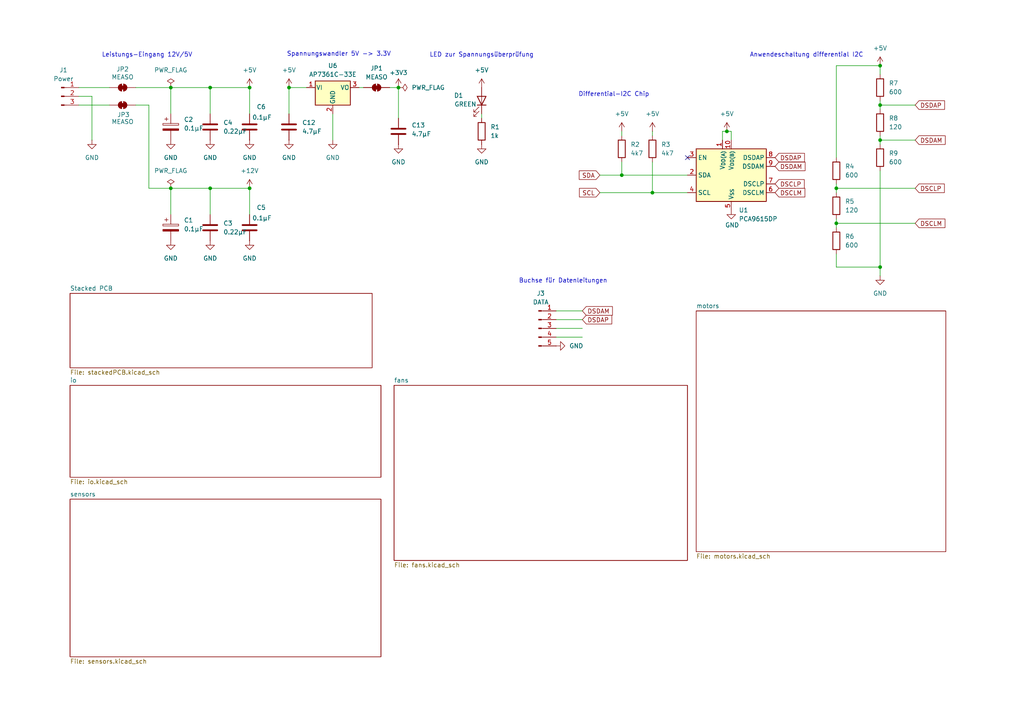
<source format=kicad_sch>
(kicad_sch (version 20231120) (generator "eeschema") (generator_version "8.0")
  (paper "A4")
  (title_block (title "Printhead PCB"))
  (lib_symbols
    (symbol "Connector:Conn_01x03_Pin" (pin_names (offset 1.016) hide)
      (property "Reference" "J" (at 0 5.08 0))
      (property "Value" "Conn_01x03_Pin" (at 0 -5.08 0))
      (symbol "Conn_01x03_Pin_1_1"
        (polyline (pts (xy 1.27 -2.54) (xy 0.8636 -2.54)) (stroke (width 0.1524)))
        (polyline (pts (xy 1.27 0) (xy 0.8636 0)) (stroke (width 0.1524)))
        (polyline (pts (xy 1.27 2.54) (xy 0.8636 2.54)) (stroke (width 0.1524)))
        (rectangle (start 0.8636 -2.413) (end 0 -2.667) (stroke (width 0.1524)) (fill (type outline)))
        (rectangle (start 0.8636 0.127) (end 0 -0.127) (stroke (width 0.1524)) (fill (type outline)))
        (rectangle (start 0.8636 2.667) (end 0 2.413) (stroke (width 0.1524)) (fill (type outline)))
        (pin passive line (at 5.08 2.54 180) (length 3.81) (name "Pin_1") (number "1"))
        (pin passive line (at 5.08 0 180) (length 3.81) (name "Pin_2") (number "2"))
        (pin passive line (at 5.08 -2.54 180) (length 3.81) (name "Pin_3") (number "3"))
      )
    )
    (symbol "Connector:Conn_01x05_Pin" (pin_names (offset 1.016) hide)
      (property "Reference" "J" (at 0 7.62 0))
      (property "Value" "Conn_01x05_Pin" (at 0 -7.62 0))
      (symbol "Conn_01x05_Pin_1_1"
        (polyline (pts (xy 1.27 -5.08) (xy 0.8636 -5.08)) (stroke (width 0.1524)))
        (polyline (pts (xy 1.27 -2.54) (xy 0.8636 -2.54)) (stroke (width 0.1524)))
        (polyline (pts (xy 1.27 0) (xy 0.8636 0)) (stroke (width 0.1524)))
        (polyline (pts (xy 1.27 2.54) (xy 0.8636 2.54)) (stroke (width 0.1524)))
        (polyline (pts (xy 1.27 5.08) (xy 0.8636 5.08)) (stroke (width 0.1524)))
        (rectangle (start 0.8636 -4.953) (end 0 -5.207) (stroke (width 0.1524)) (fill (type outline)))
        (rectangle (start 0.8636 -2.413) (end 0 -2.667) (stroke (width 0.1524)) (fill (type outline)))
        (rectangle (start 0.8636 0.127) (end 0 -0.127) (stroke (width 0.1524)) (fill (type outline)))
        (rectangle (start 0.8636 2.667) (end 0 2.413) (stroke (width 0.1524)) (fill (type outline)))
        (rectangle (start 0.8636 5.207) (end 0 4.953) (stroke (width 0.1524)) (fill (type outline)))
        (pin passive line (at 5.08 5.08 180) (length 3.81) (name "Pin_1") (number "1"))
        (pin passive line (at 5.08 2.54 180) (length 3.81) (name "Pin_2") (number "2"))
        (pin passive line (at 5.08 0 180) (length 3.81) (name "Pin_3") (number "3"))
        (pin passive line (at 5.08 -2.54 180) (length 3.81) (name "Pin_4") (number "4"))
        (pin passive line (at 5.08 -5.08 180) (length 3.81) (name "Pin_5") (number "5"))
      )
    )
    (symbol "Device:C" (pin_numbers hide) (pin_names (offset 0.254))
      (property "Reference" "C" (at 0.635 2.54 0))
      (property "Value" "C" (at 0.635 -2.54 0))
      (symbol "C_0_1"
        (polyline (pts (xy -2.032 -0.762) (xy 2.032 -0.762)) (stroke (width 0.508)))
        (polyline (pts (xy -2.032 0.762) (xy 2.032 0.762)) (stroke (width 0.508)))
      )
      (symbol "C_1_1"
        (pin passive line (at 0 3.81 270) (length 2.794) (name "~") (number "1"))
        (pin passive line (at 0 -3.81 90) (length 2.794) (name "~") (number "2"))
      )
    )
    (symbol "Device:C_Polarized" (pin_numbers hide) (pin_names (offset 0.254))
      (property "Reference" "C" (at 0.635 2.54 0))
      (property "Value" "C_Polarized" (at 0.635 -2.54 0))
      (symbol "C_Polarized_0_1"
        (rectangle (start -2.286 0.508) (end 2.286 1.016))
        (polyline (pts (xy -1.778 2.286) (xy -0.762 2.286)))
        (polyline (pts (xy -1.27 2.794) (xy -1.27 1.778)))
        (rectangle (start 2.286 -0.508) (end -2.286 -1.016) (fill (type outline)))
      )
      (symbol "C_Polarized_1_1"
        (pin passive line (at 0 3.81 270) (length 2.794) (name "~") (number "1"))
        (pin passive line (at 0 -3.81 90) (length 2.794) (name "~") (number "2"))
      )
    )
    (symbol "Device:LED" (pin_numbers hide) (pin_names (offset 1.016) hide)
      (property "Reference" "D" (at 0 2.54 0))
      (property "Value" "LED" (at 0 -2.54 0))
      (symbol "LED_0_1"
        (polyline (pts (xy -1.27 -1.27) (xy -1.27 1.27)) (stroke (width 0.254)))
        (polyline (pts (xy -1.27 0) (xy 1.27 0)))
        (polyline (pts (xy 1.27 -1.27) (xy 1.27 1.27) (xy -1.27 0) (xy 1.27 -1.27)) (stroke (width 0.254)))
        (polyline (pts (xy -3.048 -0.762) (xy -4.572 -2.286) (xy -3.81 -2.286) (xy -4.572 -2.286) (xy -4.572 -1.524)))
        (polyline (pts (xy -1.778 -0.762) (xy -3.302 -2.286) (xy -2.54 -2.286) (xy -3.302 -2.286) (xy -3.302 -1.524)))
      )
      (symbol "LED_1_1"
        (pin passive line (at -3.81 0 0) (length 2.54) (name "K") (number "1"))
        (pin passive line (at 3.81 0 180) (length 2.54) (name "A") (number "2"))
      )
    )
    (symbol "Device:R" (pin_numbers hide) (pin_names (offset 0))
      (property "Reference" "R" (at 2.032 0 90))
      (property "Value" "R" (at 0 0 90))
      (symbol "R_0_1"
        (rectangle (start -1.016 -2.54) (end 1.016 2.54) (stroke (width 0.254)))
      )
      (symbol "R_1_1"
        (pin passive line (at 0 3.81 270) (length 1.27) (name "~") (number "1"))
        (pin passive line (at 0 -3.81 90) (length 1.27) (name "~") (number "2"))
      )
    )
    (symbol "Interface:PCA9615DP"
      (property "Reference" "U" (at -10.16 8.89 0))
      (property "Value" "PCA9615DP" (at 1.27 8.89 0))
      (symbol "PCA9615DP_0_1"
        (rectangle (start -10.16 7.62) (end 10.16 -7.62) (stroke (width 0.254)) (fill (type background)))
      )
      (symbol "PCA9615DP_1_1"
        (pin power_in line (at -2.54 10.16 270) (length 2.54) (name "V_{DD(A)}") (number "1"))
        (pin power_in line (at 0 10.16 270) (length 2.54) (name "V_{DD(B)}") (number "10"))
        (pin bidirectional line (at -12.7 0 0) (length 2.54) (name "SDA") (number "2"))
        (pin input line (at -12.7 5.08 0) (length 2.54) (name "EN") (number "3"))
        (pin bidirectional line (at -12.7 -5.08 0) (length 2.54) (name "SCL") (number "4"))
        (pin power_in line (at 0 -10.16 90) (length 2.54) (name "V_{SS}") (number "5"))
        (pin bidirectional line (at 12.7 -5.08 180) (length 2.54) (name "DSCLM") (number "6"))
        (pin bidirectional line (at 12.7 -2.54 180) (length 2.54) (name "DSCLP") (number "7"))
        (pin bidirectional line (at 12.7 5.08 180) (length 2.54) (name "DSDAP") (number "8"))
        (pin bidirectional line (at 12.7 2.54 180) (length 2.54) (name "DSDAM") (number "9"))
      )
    )
    (symbol "Jumper:SolderJumper_2_Bridged" (pin_numbers hide) (pin_names (offset 0) hide) (exclude_from_sim yes) (in_bom no)
      (property "Reference" "JP" (at 0 2.032 0))
      (property "Value" "SolderJumper_2_Bridged" (at 0 -2.54 0))
      (symbol "SolderJumper_2_Bridged_0_1"
        (rectangle (start -0.508 0.508) (end 0.508 -0.508) (fill (type outline)))
        (arc (start -0.254 1.016) (mid -1.2656 0) (end -0.254 -1.016))
        (arc (start -0.254 1.016) (mid -1.2656 0) (end -0.254 -1.016) (fill (type outline)))
        (polyline (pts (xy -0.254 1.016) (xy -0.254 -1.016)))
        (polyline (pts (xy 0.254 1.016) (xy 0.254 -1.016)))
        (arc (start 0.254 -1.016) (mid 1.2656 0) (end 0.254 1.016))
        (arc (start 0.254 -1.016) (mid 1.2656 0) (end 0.254 1.016) (fill (type outline)))
      )
      (symbol "SolderJumper_2_Bridged_1_1"
        (pin passive line (at -3.81 0 0) (length 2.54) (name "A") (number "1"))
        (pin passive line (at 3.81 0 180) (length 2.54) (name "B") (number "2"))
      )
    )
    (symbol "Regulator_Linear:AP7361C-33E" (pin_names (offset 0.254))
      (property "Reference" "U" (at -3.81 3.175 0))
      (property "Value" "AP7361C-33E" (at 0 3.175 0))
      (symbol "AP7361C-33E_0_1"
        (rectangle (start -5.08 -5.08) (end 5.08 1.905) (stroke (width 0.254)) (fill (type background)))
      )
      (symbol "AP7361C-33E_1_1"
        (pin power_in line (at -7.62 0 0) (length 2.54) (name "VI") (number "1"))
        (pin power_in line (at 0 -7.62 90) (length 2.54) (name "GND") (number "2"))
        (pin power_out line (at 7.62 0 180) (length 2.54) (name "VO") (number "3"))
      )
    )
    (symbol "power:+12V" (power) (pin_numbers hide) (pin_names (offset 0) hide)
      (property "Value" "+12V" (at 0 3.556 0))
      (symbol "+12V_0_1"
        (polyline (pts (xy -0.762 1.27) (xy 0 2.54)))
        (polyline (pts (xy 0 0) (xy 0 2.54)))
        (polyline (pts (xy 0 2.54) (xy 0.762 1.27)))
      )
      (symbol "+12V_1_1"
        (pin power_in line (at 0 0 90) (length 0) (name "~") (number "1"))
      )
    )
    (symbol "power:+3V3" (power) (pin_numbers hide) (pin_names (offset 0) hide)
      (property "Value" "+3V3" (at 0 3.556 0))
      (symbol "+3V3_0_1"
        (polyline (pts (xy -0.762 1.27) (xy 0 2.54)))
        (polyline (pts (xy 0 0) (xy 0 2.54)))
        (polyline (pts (xy 0 2.54) (xy 0.762 1.27)))
      )
      (symbol "+3V3_1_1"
        (pin power_in line (at 0 0 90) (length 0) (name "~") (number "1"))
      )
    )
    (symbol "power:+5V" (power) (pin_numbers hide) (pin_names (offset 0) hide)
      (property "Value" "+5V" (at 0 3.556 0))
      (symbol "+5V_0_1"
        (polyline (pts (xy -0.762 1.27) (xy 0 2.54)))
        (polyline (pts (xy 0 0) (xy 0 2.54)))
        (polyline (pts (xy 0 2.54) (xy 0.762 1.27)))
      )
      (symbol "+5V_1_1"
        (pin power_in line (at 0 0 90) (length 0) (name "~") (number "1"))
      )
    )
    (symbol "power:GND" (power) (pin_numbers hide) (pin_names (offset 0) hide)
      (property "Value" "GND" (at 0 -3.81 0))
      (symbol "GND_0_1"
        (polyline (pts (xy 0 0) (xy 0 -1.27) (xy 1.27 -1.27) (xy 0 -2.54) (xy -1.27 -1.27) (xy 0 -1.27)))
      )
      (symbol "GND_1_1"
        (pin power_in line (at 0 0 270) (length 0) (name "~") (number "1"))
      )
    )
    (symbol "power:PWR_FLAG" (power) (pin_numbers hide) (pin_names (offset 0) hide)
      (property "Value" "PWR_FLAG" (at 0 3.81 0))
      (symbol "PWR_FLAG_0_0"
        (pin power_out line (at 0 0 90) (length 0) (name "~") (number "1"))
      )
      (symbol "PWR_FLAG_0_1"
        (polyline (pts (xy 0 0) (xy 0 1.27) (xy -1.016 1.905) (xy 0 2.54) (xy 1.016 1.905) (xy 0 1.27)))
      )
    )
  )
  (junction (at 255.27 30.48))
  (junction (at 60.96 25.4))
  (junction (at 115.57 25.4))
  (junction (at 49.53 54.61))
  (junction (at 72.39 54.61))
  (junction (at 72.39 25.4))
  (junction (at 255.27 40.64))
  (junction (at 180.34 50.8))
  (junction (at 242.57 54.61))
  (junction (at 255.27 19.05))
  (junction (at 255.27 77.47))
  (junction (at 189.23 55.88))
  (junction (at 210.82 38.1))
  (junction (at 83.82 25.4))
  (junction (at 49.53 25.4))
  (junction (at 60.96 54.61))
  (junction (at 242.57 64.77))
  (no_connect (at 199.39 45.72))
  (wire (pts (xy 242.57 53.34) (xy 242.57 54.61)))
  (wire (pts (xy 189.23 46.99) (xy 189.23 55.88)))
  (wire (pts (xy 72.39 33.02) (xy 72.39 25.4)))
  (wire (pts (xy 210.82 38.1) (xy 212.09 38.1)))
  (wire (pts (xy 242.57 54.61) (xy 242.57 55.88)))
  (wire (pts (xy 60.96 25.4) (xy 72.39 25.4)))
  (wire (pts (xy 242.57 64.77) (xy 265.43 64.77)))
  (wire (pts (xy 22.86 25.4) (xy 31.75 25.4)))
  (wire (pts (xy 189.23 39.37) (xy 189.23 38.1)))
  (wire (pts (xy 255.27 80.01) (xy 255.27 77.47)))
  (wire (pts (xy 242.57 64.77) (xy 242.57 66.04)))
  (wire (pts (xy 39.37 30.48) (xy 43.18 30.48)))
  (wire (pts (xy 49.53 62.23) (xy 49.53 54.61)))
  (wire (pts (xy 88.9 25.4) (xy 83.82 25.4)))
  (wire (pts (xy 242.57 19.05) (xy 255.27 19.05)))
  (wire (pts (xy 242.57 73.66) (xy 242.57 77.47)))
  (wire (pts (xy 26.67 27.94) (xy 26.67 40.64)))
  (wire (pts (xy 49.53 33.02) (xy 49.53 25.4)))
  (wire (pts (xy 255.27 19.05) (xy 255.27 21.59)))
  (wire (pts (xy 242.57 54.61) (xy 265.43 54.61)))
  (wire (pts (xy 39.37 25.4) (xy 49.53 25.4)))
  (wire (pts (xy 255.27 30.48) (xy 265.43 30.48)))
  (wire (pts (xy 242.57 63.5) (xy 242.57 64.77)))
  (wire (pts (xy 180.34 38.1) (xy 180.34 39.37)))
  (wire (pts (xy 168.91 92.71) (xy 161.29 92.71)))
  (wire (pts (xy 168.91 95.25) (xy 161.29 95.25)))
  (wire (pts (xy 72.39 62.23) (xy 72.39 54.61)))
  (wire (pts (xy 49.53 25.4) (xy 60.96 25.4)))
  (wire (pts (xy 255.27 40.64) (xy 255.27 41.91)))
  (wire (pts (xy 255.27 29.21) (xy 255.27 30.48)))
  (wire (pts (xy 139.7 33.02) (xy 139.7 34.29)))
  (wire (pts (xy 209.55 38.1) (xy 210.82 38.1)))
  (wire (pts (xy 255.27 49.53) (xy 255.27 77.47)))
  (wire (pts (xy 180.34 46.99) (xy 180.34 50.8)))
  (wire (pts (xy 113.03 25.4) (xy 115.57 25.4)))
  (wire (pts (xy 242.57 45.72) (xy 242.57 19.05)))
  (wire (pts (xy 255.27 39.37) (xy 255.27 40.64)))
  (wire (pts (xy 22.86 27.94) (xy 26.67 27.94)))
  (wire (pts (xy 22.86 30.48) (xy 31.75 30.48)))
  (wire (pts (xy 43.18 30.48) (xy 43.18 54.61)))
  (wire (pts (xy 43.18 54.61) (xy 49.53 54.61)))
  (wire (pts (xy 255.27 40.64) (xy 265.43 40.64)))
  (wire (pts (xy 255.27 77.47) (xy 242.57 77.47)))
  (wire (pts (xy 180.34 50.8) (xy 199.39 50.8)))
  (wire (pts (xy 60.96 62.23) (xy 60.96 54.61)))
  (wire (pts (xy 173.99 50.8) (xy 180.34 50.8)))
  (wire (pts (xy 173.99 55.88) (xy 189.23 55.88)))
  (wire (pts (xy 115.57 25.4) (xy 115.57 34.29)))
  (wire (pts (xy 189.23 55.88) (xy 199.39 55.88)))
  (wire (pts (xy 255.27 30.48) (xy 255.27 31.75)))
  (wire (pts (xy 49.53 54.61) (xy 60.96 54.61)))
  (wire (pts (xy 168.91 90.17) (xy 161.29 90.17)))
  (wire (pts (xy 168.91 97.79) (xy 161.29 97.79)))
  (wire (pts (xy 60.96 33.02) (xy 60.96 25.4)))
  (wire (pts (xy 83.82 25.4) (xy 83.82 33.02)))
  (wire (pts (xy 96.52 33.02) (xy 96.52 40.64)))
  (wire (pts (xy 104.14 25.4) (xy 105.41 25.4)))
  (wire (pts (xy 209.55 38.1) (xy 209.55 40.64)))
  (wire (pts (xy 60.96 54.61) (xy 72.39 54.61)))
  (wire (pts (xy 212.09 40.64) (xy 212.09 38.1)))
  (text "Anwendeschaltung differential I2C" (at 233.934 16.002 0) (effects (font (size 1.27 1.27))))
  (text "Differential-I2C Chip" (at 178.054 27.432 0) (effects (font (size 1.27 1.27))))
  (text "Leistungs-Eingang 12V/5V\n" (at 42.672 16.002 0) (effects (font (size 1.27 1.27))))
  (text "Buchse für Datenleitungen\n" (at 163.322 81.534 0) (effects (font (size 1.27 1.27))))
  (text "Spannungswandler 5V -> 3.3V\n" (at 98.298 15.748 0) (effects (font (size 1.27 1.27))))
  (text "LED zur Spannungsüberprüfung" (at 139.7 16.002 0) (effects (font (size 1.27 1.27))))
  (global_label "DSCLP" (shape input) (at 265.43 54.61 0) (property "Intersheetrefs" "${INTERSHEET_REFS}" (effects (hide yes))))
  (global_label "DSDAM" (shape input) (at 168.91 90.17 0) (property "Intersheetrefs" "${INTERSHEET_REFS}" (effects (hide yes))))
  (global_label "DSCLP" (shape input) (at 224.79 53.34 0) (property "Intersheetrefs" "${INTERSHEET_REFS}" (effects (hide yes))))
  (global_label "DSCLM" (shape input) (at 224.79 55.88 0) (property "Intersheetrefs" "${INTERSHEET_REFS}" (effects (hide yes))))
  (global_label "DSDAP" (shape input) (at 265.43 30.48 0) (property "Intersheetrefs" "${INTERSHEET_REFS}" (effects (hide yes))))
  (global_label "DSDAP" (shape input) (at 168.91 92.71 0) (property "Intersheetrefs" "${INTERSHEET_REFS}" (effects (hide yes))))
  (global_label "DSCLM" (shape input) (at 265.43 64.77 0) (property "Intersheetrefs" "${INTERSHEET_REFS}" (effects (hide yes))))
  (global_label "DSDAM" (shape input) (at 265.43 40.64 0) (property "Intersheetrefs" "${INTERSHEET_REFS}" (effects (hide yes))))
  (global_label "SDA" (shape input) (at 173.99 50.8 180) (property "Intersheetrefs" "${INTERSHEET_REFS}" (effects (hide yes))))
  (global_label "DSDAP" (shape input) (at 224.79 45.72 0) (property "Intersheetrefs" "${INTERSHEET_REFS}" (effects (hide yes))))
  (global_label "DSDAM" (shape input) (at 224.79 48.26 0) (property "Intersheetrefs" "${INTERSHEET_REFS}" (effects (hide yes))))
  (global_label "SCL" (shape input) (at 173.99 55.88 180) (property "Intersheetrefs" "${INTERSHEET_REFS}" (effects (hide yes))))
  (symbol (lib_id "power:PWR_FLAG") (at 49.53 25.4 0) (unit 1)
    (property "Reference" "#FLG02" (effects (hide yes)))
    (property "Value" "PWR_FLAG" (at 49.53 20.32 0))
    (property "Description" "Special symbol for telling ERC where power comes from" (effects (hide yes)))
  )
  (symbol (lib_id "Device:R") (at 242.57 59.69 0) (unit 1)
    (property "Reference" "R5" (at 245.11 58.4199 0) (effects (justify left)))
    (property "Value" "120" (at 245.11 60.9599 0) (effects (justify left)))
    (property "Footprint" "Resistor_SMD:R_0402_1005Metric" (effects (hide yes)))
    (property "Description" "Resistor" (effects (hide yes)))
  )
  (symbol (lib_id "Device:R") (at 242.57 69.85 0) (unit 1)
    (property "Reference" "R6" (at 245.11 68.5799 0) (effects (justify left)))
    (property "Value" "600" (at 245.11 71.1199 0) (effects (justify left)))
    (property "Footprint" "Resistor_SMD:R_0402_1005Metric" (effects (hide yes)))
    (property "Description" "Resistor" (effects (hide yes)))
  )
  (symbol (lib_id "power:GND") (at 139.7 41.91 0) (unit 1)
    (property "Reference" "#PWR011" (effects (hide yes)))
    (property "Value" "GND" (at 139.7 46.99 0))
    (property "Description" "Power symbol creates a global label with name \"GND\" , ground" (effects (hide yes)))
  )
  (symbol (lib_id "Jumper:SolderJumper_2_Bridged") (at 35.56 25.4 0) (unit 1) (exclude_from_sim yes) (in_bom no)
    (property "Reference" "JP2" (at 35.56 20.066 0))
    (property "Value" "MEASO" (at 35.56 22.352 0))
    (property "Footprint" "Jumper:SolderJumper-2_P1.3mm_Bridged_Pad1.0x1.5mm" (effects (hide yes)))
    (property "Description" "Solder Jumper, 2-pole, closed/bridged" (effects (hide yes)))
  )
  (symbol (lib_id "Regulator_Linear:AP7361C-33E") (at 96.52 25.4 0) (unit 1)
    (property "Reference" "U6" (at 96.52 19.05 0))
    (property "Value" "AP7361C-33E" (at 96.52 21.59 0))
    (property "Footprint" "Package_TO_SOT_SMD:SOT-223-3_TabPin2" (effects (hide yes)))
    (property "Datasheet" "https://www.diodes.com/assets/Datasheets/AP7361C.pdf" (effects (hide yes)))
    (property "Description" "1A Low Dropout regulator, positive, 3.3V fixed output, SOT-223" (effects (hide yes)))
  )
  (symbol (lib_id "Device:C") (at 72.39 66.04 0) (unit 1)
    (property "Reference" "C5" (at 74.422 60.198 0) (effects (justify left)))
    (property "Value" "0.1µF" (at 73.152 63.246 0) (effects (justify left)))
    (property "Footprint" "Capacitor_SMD:C_0402_1005Metric" (effects (hide yes)))
    (property "Description" "Unpolarized capacitor" (effects (hide yes)))
  )
  (symbol (lib_id "Device:R") (at 189.23 43.18 0) (unit 1)
    (property "Reference" "R3" (at 191.77 41.9099 0) (effects (justify left)))
    (property "Value" "4k7" (at 191.77 44.4499 0) (effects (justify left)))
    (property "Footprint" "Resistor_SMD:R_0402_1005Metric" (effects (hide yes)))
    (property "Description" "Resistor" (effects (hide yes)))
  )
  (symbol (lib_id "power:GND") (at 60.96 69.85 0) (unit 1)
    (property "Reference" "#PWR03" (effects (hide yes)))
    (property "Value" "GND" (at 60.96 74.93 0))
    (property "Description" "Power symbol creates a global label with name \"GND\" , ground" (effects (hide yes)))
  )
  (symbol (lib_id "power:GND") (at 83.82 40.64 0) (unit 1)
    (property "Reference" "#PWR058" (effects (hide yes)))
    (property "Value" "GND" (at 83.82 45.72 0))
    (property "Description" "Power symbol creates a global label with name \"GND\" , ground" (effects (hide yes)))
  )
  (symbol (lib_id "power:GND") (at 72.39 69.85 0) (unit 1)
    (property "Reference" "#PWR06" (effects (hide yes)))
    (property "Value" "GND" (at 72.39 74.93 0))
    (property "Description" "Power symbol creates a global label with name \"GND\" , ground" (effects (hide yes)))
  )
  (symbol (lib_id "power:GND") (at 212.09 60.96 0) (unit 1)
    (property "Reference" "#PWR016" (effects (hide yes)))
    (property "Value" "GND" (at 212.344 65.278 0))
    (property "Description" "Power symbol creates a global label with name \"GND\" , ground" (effects (hide yes)))
  )
  (symbol (lib_id "Device:C_Polarized") (at 49.53 36.83 0) (unit 1)
    (property "Reference" "C2" (at 53.34 34.6709 0) (effects (justify left)))
    (property "Value" "0.1µF" (at 53.34 37.2109 0) (effects (justify left)))
    (property "Footprint" "Capacitor_SMD:CP_Elec_5x3" (effects (hide yes)))
    (property "Description" "Polarized capacitor" (effects (hide yes)))
  )
  (symbol (lib_id "power:GND") (at 49.53 69.85 0) (unit 1)
    (property "Reference" "#PWR01" (effects (hide yes)))
    (property "Value" "GND" (at 49.53 74.93 0))
    (property "Description" "Power symbol creates a global label with name \"GND\" , ground" (effects (hide yes)))
  )
  (symbol (lib_id "Device:C_Polarized") (at 49.53 66.04 0) (unit 1)
    (property "Reference" "C1" (at 53.34 63.8809 0) (effects (justify left)))
    (property "Value" "0.1µF" (at 53.34 66.4209 0) (effects (justify left)))
    (property "Footprint" "Capacitor_SMD:CP_Elec_5x3" (effects (hide yes)))
    (property "Description" "Polarized capacitor" (effects (hide yes)))
  )
  (symbol (lib_id "Device:LED") (at 139.7 29.21 270) (mirror x) (unit 1)
    (property "Reference" "D1" (at 134.366 27.686 90) (effects (justify right)))
    (property "Value" "GREEN" (at 138.176 30.226 90) (effects (justify right)))
    (property "Footprint" "LED_SMD:LED_0805_2012Metric" (effects (hide yes)))
    (property "Description" "Light emitting diode" (effects (hide yes)))
  )
  (symbol (lib_id "power:+5V") (at 72.39 25.4 0) (unit 1)
    (property "Reference" "#PWR010" (effects (hide yes)))
    (property "Value" "+5V" (at 72.39 20.32 0))
    (property "Description" "Power symbol creates a global label with name \"+5V\"" (effects (hide yes)))
  )
  (symbol (lib_id "Connector:Conn_01x05_Pin") (at 156.21 95.25 0) (unit 1)
    (property "Reference" "J3" (at 156.845 85.09 0))
    (property "Value" "DATA" (at 156.845 87.63 0))
    (property "Footprint" "Connector_PinHeader_2.54mm:PinHeader_1x05_P2.54mm_Horizontal" (effects (hide yes)))
    (property "Description" "Generic connector, single row, 01x05, script generated" (effects (hide yes)))
  )
  (symbol (lib_id "power:GND") (at 60.96 40.64 0) (unit 1)
    (property "Reference" "#PWR04" (effects (hide yes)))
    (property "Value" "GND" (at 60.96 45.72 0))
    (property "Description" "Power symbol creates a global label with name \"GND\" , ground" (effects (hide yes)))
  )
  (symbol (lib_id "Device:C") (at 72.39 36.83 0) (unit 1)
    (property "Reference" "C6" (at 74.422 30.988 0) (effects (justify left)))
    (property "Value" "0.1µF" (at 73.152 34.036 0) (effects (justify left)))
    (property "Footprint" "Capacitor_SMD:C_0402_1005Metric" (effects (hide yes)))
    (property "Description" "Unpolarized capacitor" (effects (hide yes)))
  )
  (symbol (lib_id "power:GND") (at 72.39 40.64 0) (unit 1)
    (property "Reference" "#PWR08" (effects (hide yes)))
    (property "Value" "GND" (at 72.39 45.72 0))
    (property "Description" "Power symbol creates a global label with name \"GND\" , ground" (effects (hide yes)))
  )
  (symbol (lib_id "Jumper:SolderJumper_2_Bridged") (at 109.22 25.4 0) (unit 1) (exclude_from_sim yes) (in_bom no)
    (property "Reference" "JP1" (at 109.22 19.812 0))
    (property "Value" "MEASO" (at 109.22 22.352 0))
    (property "Footprint" "Jumper:SolderJumper-2_P1.3mm_Bridged_Pad1.0x1.5mm" (effects (hide yes)))
    (property "Description" "Solder Jumper, 2-pole, closed/bridged" (effects (hide yes)))
  )
  (symbol (lib_id "power:GND") (at 255.27 80.01 0) (unit 1)
    (property "Reference" "#PWR018" (effects (hide yes)))
    (property "Value" "GND" (at 255.27 85.09 0))
    (property "Description" "Power symbol creates a global label with name \"GND\" , ground" (effects (hide yes)))
  )
  (symbol (lib_id "power:+3V3") (at 115.57 25.4 0) (unit 1)
    (property "Reference" "#PWR061" (effects (hide yes)))
    (property "Value" "+3V3" (at 115.57 21.082 0))
    (property "Description" "Power symbol creates a global label with name \"+3V3\"" (effects (hide yes)))
  )
  (symbol (lib_id "Device:C") (at 83.82 36.83 0) (unit 1)
    (property "Reference" "C12" (at 87.63 35.5599 0) (effects (justify left)))
    (property "Value" "4.7µF" (at 87.63 38.0999 0) (effects (justify left)))
    (property "Footprint" "Capacitor_SMD:C_0402_1005Metric" (effects (hide yes)))
    (property "Description" "Unpolarized capacitor" (effects (hide yes)))
  )
  (symbol (lib_id "power:PWR_FLAG") (at 49.53 54.61 0) (unit 1)
    (property "Reference" "#FLG01" (effects (hide yes)))
    (property "Value" "PWR_FLAG" (at 49.53 49.53 0))
    (property "Description" "Special symbol for telling ERC where power comes from" (effects (hide yes)))
  )
  (symbol (lib_id "Device:C") (at 115.57 38.1 0) (unit 1)
    (property "Reference" "C13" (at 119.38 36.322 0) (effects (justify left)))
    (property "Value" "4.7µF" (at 119.38 38.862 0) (effects (justify left)))
    (property "Footprint" "Capacitor_SMD:C_0402_1005Metric" (effects (hide yes)))
    (property "Description" "Unpolarized capacitor" (effects (hide yes)))
  )
  (symbol (lib_id "Device:R") (at 180.34 43.18 0) (unit 1)
    (property "Reference" "R2" (at 182.88 41.9099 0) (effects (justify left)))
    (property "Value" "4k7" (at 182.88 44.4499 0) (effects (justify left)))
    (property "Footprint" "Resistor_SMD:R_0402_1005Metric" (effects (hide yes)))
    (property "Description" "Resistor" (effects (hide yes)))
  )
  (symbol (lib_id "power:GND") (at 49.53 40.64 0) (unit 1)
    (property "Reference" "#PWR02" (effects (hide yes)))
    (property "Value" "GND" (at 49.53 45.72 0))
    (property "Description" "Power symbol creates a global label with name \"GND\" , ground" (effects (hide yes)))
  )
  (symbol (lib_id "power:+12V") (at 72.39 54.61 0) (unit 1)
    (property "Reference" "#PWR05" (effects (hide yes)))
    (property "Value" "+12V" (at 72.39 49.53 0))
    (property "Description" "Power symbol creates a global label with name \"+12V\"" (effects (hide yes)))
  )
  (symbol (lib_id "power:GND") (at 96.52 40.64 0) (unit 1)
    (property "Reference" "#PWR059" (effects (hide yes)))
    (property "Value" "GND" (at 96.52 45.72 0))
    (property "Description" "Power symbol creates a global label with name \"GND\" , ground" (effects (hide yes)))
  )
  (symbol (lib_id "Device:R") (at 255.27 25.4 0) (unit 1)
    (property "Reference" "R7" (at 257.81 24.1299 0) (effects (justify left)))
    (property "Value" "600" (at 257.81 26.6699 0) (effects (justify left)))
    (property "Footprint" "Resistor_SMD:R_0402_1005Metric" (effects (hide yes)))
    (property "Description" "Resistor" (effects (hide yes)))
  )
  (symbol (lib_id "Device:R") (at 242.57 49.53 0) (unit 1)
    (property "Reference" "R4" (at 245.11 48.2599 0) (effects (justify left)))
    (property "Value" "600" (at 245.11 50.7999 0) (effects (justify left)))
    (property "Footprint" "Resistor_SMD:R_0402_1005Metric" (effects (hide yes)))
    (property "Description" "Resistor" (effects (hide yes)))
  )
  (symbol (lib_id "Device:C") (at 60.96 66.04 0) (unit 1)
    (property "Reference" "C3" (at 64.77 64.7699 0) (effects (justify left)))
    (property "Value" "0.22µF" (at 64.77 67.3099 0) (effects (justify left)))
    (property "Footprint" "Capacitor_SMD:C_0402_1005Metric" (effects (hide yes)))
    (property "Description" "Unpolarized capacitor" (effects (hide yes)))
  )
  (symbol (lib_id "power:GND") (at 26.67 40.64 0) (unit 1)
    (property "Reference" "#PWR09" (effects (hide yes)))
    (property "Value" "GND" (at 26.67 45.72 0))
    (property "Description" "Power symbol creates a global label with name \"GND\" , ground" (effects (hide yes)))
  )
  (symbol (lib_id "Connector:Conn_01x03_Pin") (at 17.78 27.94 0) (unit 1)
    (property "Reference" "J1" (at 18.415 20.32 0))
    (property "Value" "Power" (at 18.415 22.86 0))
    (property "Footprint" "Connector_PinHeader_2.54mm:PinHeader_1x03_P2.54mm_Horizontal" (effects (hide yes)))
    (property "Description" "Generic connector, single row, 01x03, script generated" (effects (hide yes)))
  )
  (symbol (lib_id "power:+5V") (at 139.7 25.4 0) (unit 1)
    (property "Reference" "#PWR07" (effects (hide yes)))
    (property "Value" "+5V" (at 139.7 20.32 0))
    (property "Description" "Power symbol creates a global label with name \"+5V\"" (effects (hide yes)))
  )
  (symbol (lib_id "Interface:PCA9615DP") (at 212.09 50.8 0) (unit 1)
    (property "Reference" "U1" (at 214.2841 60.96 0) (effects (justify left)))
    (property "Value" "PCA9615DP" (at 214.2841 63.5 0) (effects (justify left)))
    (property "Footprint" "Package_SO:TSSOP-10_3x3mm_P0.5mm" (effects (hide yes)))
    (property "Datasheet" "https://www.nxp.com/docs/en/data-sheet/PCA9615.pdf" (effects (hide yes)))
    (property "Description" "Dual bidirectional hot-swap multipoint bus buffer, SO-8" (effects (hide yes)))
  )
  (symbol (lib_id "Jumper:SolderJumper_2_Bridged") (at 35.56 30.48 0) (unit 1) (exclude_from_sim yes) (in_bom no)
    (property "Reference" "JP3" (at 35.814 33.274 0))
    (property "Value" "MEASO" (at 35.56 35.306 0))
    (property "Footprint" "Jumper:SolderJumper-2_P1.3mm_Bridged_Pad1.0x1.5mm" (effects (hide yes)))
    (property "Description" "Solder Jumper, 2-pole, closed/bridged" (effects (hide yes)))
  )
  (symbol (lib_id "power:+5V") (at 210.82 38.1 0) (unit 1)
    (property "Reference" "#PWR015" (effects (hide yes)))
    (property "Value" "+5V" (at 210.82 33.02 0))
    (property "Description" "Power symbol creates a global label with name \"+5V\"" (effects (hide yes)))
  )
  (symbol (lib_id "power:+5V") (at 189.23 38.1 0) (unit 1)
    (property "Reference" "#PWR014" (effects (hide yes)))
    (property "Value" "+5V" (at 189.23 33.02 0))
    (property "Description" "Power symbol creates a global label with name \"+5V\"" (effects (hide yes)))
  )
  (symbol (lib_id "power:PWR_FLAG") (at 115.57 25.4 270) (unit 1)
    (property "Reference" "#FLG06" (effects (hide yes)))
    (property "Value" "PWR_FLAG" (at 119.38 25.3999 90) (effects (justify left)))
    (property "Description" "Special symbol for telling ERC where power comes from" (effects (hide yes)))
  )
  (symbol (lib_id "Device:R") (at 255.27 35.56 0) (unit 1)
    (property "Reference" "R8" (at 257.81 34.2899 0) (effects (justify left)))
    (property "Value" "120" (at 257.81 36.8299 0) (effects (justify left)))
    (property "Footprint" "Resistor_SMD:R_0402_1005Metric" (effects (hide yes)))
    (property "Description" "Resistor" (effects (hide yes)))
  )
  (symbol (lib_id "power:+5V") (at 255.27 19.05 0) (unit 1)
    (property "Reference" "#PWR017" (effects (hide yes)))
    (property "Value" "+5V" (at 255.27 13.97 0))
    (property "Description" "Power symbol creates a global label with name \"+5V\"" (effects (hide yes)))
  )
  (symbol (lib_id "power:GND") (at 115.57 41.91 0) (unit 1)
    (property "Reference" "#PWR060" (effects (hide yes)))
    (property "Value" "GND" (at 115.57 46.99 0))
    (property "Description" "Power symbol creates a global label with name \"GND\" , ground" (effects (hide yes)))
  )
  (symbol (lib_id "Device:R") (at 255.27 45.72 0) (unit 1)
    (property "Reference" "R9" (at 257.81 44.4499 0) (effects (justify left)))
    (property "Value" "600" (at 257.81 46.9899 0) (effects (justify left)))
    (property "Footprint" "Resistor_SMD:R_0402_1005Metric" (effects (hide yes)))
    (property "Description" "Resistor" (effects (hide yes)))
  )
  (symbol (lib_id "Device:R") (at 139.7 38.1 0) (unit 1)
    (property "Reference" "R1" (at 142.24 36.8299 0) (effects (justify left)))
    (property "Value" "1k" (at 142.24 39.3699 0) (effects (justify left)))
    (property "Footprint" "Resistor_SMD:R_0402_1005Metric" (effects (hide yes)))
    (property "Description" "Resistor" (effects (hide yes)))
  )
  (symbol (lib_id "power:GND") (at 161.29 100.33 90) (unit 1)
    (property "Reference" "#PWR069" (effects (hide yes)))
    (property "Value" "GND" (at 165.1 100.3299 90) (effects (justify right)))
    (property "Description" "Power symbol creates a global label with name \"GND\" , ground" (effects (hide yes)))
  )
  (symbol (lib_id "power:+5V") (at 180.34 38.1 0) (unit 1)
    (property "Reference" "#PWR013" (effects (hide yes)))
    (property "Value" "+5V" (at 180.34 33.02 0))
    (property "Description" "Power symbol creates a global label with name \"+5V\"" (effects (hide yes)))
  )
  (symbol (lib_id "power:+5V") (at 83.82 25.4 0) (unit 1)
    (property "Reference" "#PWR062" (effects (hide yes)))
    (property "Value" "+5V" (at 83.82 20.32 0))
    (property "Description" "Power symbol creates a global label with name \"+5V\"" (effects (hide yes)))
  )
  (symbol (lib_id "Device:C") (at 60.96 36.83 0) (unit 1)
    (property "Reference" "C4" (at 64.77 35.5599 0) (effects (justify left)))
    (property "Value" "0.22µF" (at 64.77 38.0999 0) (effects (justify left)))
    (property "Footprint" "Capacitor_SMD:C_0402_1005Metric" (effects (hide yes)))
    (property "Description" "Unpolarized capacitor" (effects (hide yes)))
  )
  (sheet (at 20.32 111.76) (size 90.17 26.67) (stroke (width 0.1524))
    (property "Sheetname" "io" (at 20.32 111.0484 0) (effects (justify left bottom)))
    (property "Sheetfile" "io.kicad_sch" (at 20.32 139.0146 0) (effects (justify left top)))
  )
  (sheet (at 201.93 90.17) (size 72.39 69.85) (stroke (width 0.1524))
    (property "Sheetname" "motors" (at 201.93 89.4584 0) (effects (justify left bottom)))
    (property "Sheetfile" "motors.kicad_sch" (at 201.93 160.6046 0) (effects (justify left top)))
  )
  (sheet (at 20.32 85.09) (size 87.63 21.59) (stroke (width 0.1524))
    (property "Sheetname" "Stacked PCB" (at 20.32 84.3784 0) (effects (justify left bottom)))
    (property "Sheetfile" "stackedPCB.kicad_sch" (at 20.32 107.2646 0) (effects (justify left top)))
  )
  (sheet (at 114.3 111.76) (size 85.09 50.8) (stroke (width 0.1524))
    (property "Sheetname" "fans" (at 114.3 111.0484 0) (effects (justify left bottom)))
    (property "Sheetfile" "fans.kicad_sch" (at 114.3 163.1446 0) (effects (justify left top)))
  )
  (sheet (at 20.32 144.78) (size 90.17 45.72) (stroke (width 0.1524))
    (property "Sheetname" "sensors" (at 20.32 144.0684 0) (effects (justify left bottom)))
    (property "Sheetfile" "sensors.kicad_sch" (at 20.32 191.0846 0) (effects (justify left top)))
  )
)
</source>
